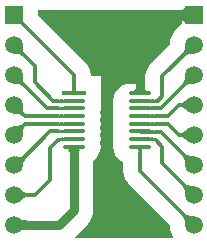
<source format=gtl>
G04 Layer_Physical_Order=1*
G04 Layer_Color=255*
%FSLAX25Y25*%
%MOIN*%
G70*
G01*
G75*
%ADD10O,0.07874X0.01181*%
%ADD11R,0.07874X0.01181*%
%ADD12C,0.03000*%
%ADD13C,0.01000*%
%ADD14C,0.01200*%
%ADD15C,0.05906*%
%ADD16R,0.05906X0.05906*%
G36*
X13721Y42873D02*
X13572Y42702D01*
X13438Y42507D01*
X13321Y42285D01*
X13219Y42039D01*
X13135Y41767D01*
X13066Y41470D01*
X13013Y41148D01*
X12977Y40800D01*
X12953Y40029D01*
X10029Y42953D01*
X10428Y42957D01*
X11148Y43013D01*
X11470Y43066D01*
X11767Y43134D01*
X12039Y43220D01*
X12285Y43321D01*
X12506Y43438D01*
X12702Y43572D01*
X12873Y43721D01*
X13721Y42873D01*
D02*
G37*
G36*
X55642Y39139D02*
X55684Y39131D01*
X55744Y39124D01*
X56036Y39110D01*
X56687Y39102D01*
Y38102D01*
X55619Y38057D01*
Y39147D01*
X55642Y39139D01*
D02*
G37*
G36*
X26428Y38057D02*
X26405Y38066D01*
X26364Y38074D01*
X26303Y38080D01*
X26011Y38095D01*
X25361Y38102D01*
Y39102D01*
X26428Y39147D01*
Y38057D01*
D02*
G37*
G36*
X55687Y41667D02*
X55768Y41632D01*
X55861Y41601D01*
X55967Y41574D01*
X56085Y41552D01*
X56359Y41519D01*
X56514Y41508D01*
X56863Y41500D01*
X56951Y40500D01*
X56667Y40501D01*
X55617Y40574D01*
X55601Y40594D01*
X55619Y40616D01*
Y41706D01*
X55687Y41667D01*
D02*
G37*
G36*
X55642Y44257D02*
X55684Y44249D01*
X55744Y44242D01*
X56036Y44228D01*
X56687Y44220D01*
Y43220D01*
X55619Y43175D01*
Y44265D01*
X55642Y44257D01*
D02*
G37*
G36*
X26428Y43175D02*
X26405Y43184D01*
X26364Y43192D01*
X26303Y43198D01*
X26011Y43213D01*
X25361Y43220D01*
Y44220D01*
X26428Y44265D01*
Y43175D01*
D02*
G37*
G36*
Y40616D02*
X26405Y40625D01*
X26364Y40633D01*
X26303Y40639D01*
X26011Y40654D01*
X25361Y40661D01*
Y41661D01*
X26428Y41706D01*
Y40616D01*
D02*
G37*
G36*
X67891Y37933D02*
X67607Y38212D01*
X67058Y38681D01*
X66793Y38872D01*
X66534Y39033D01*
X66282Y39165D01*
X66036Y39268D01*
X65797Y39341D01*
X65564Y39385D01*
X65337Y39400D01*
Y40600D01*
X65564Y40615D01*
X65797Y40659D01*
X66036Y40732D01*
X66282Y40835D01*
X66534Y40967D01*
X66793Y41128D01*
X67058Y41319D01*
X67329Y41539D01*
X67891Y42067D01*
Y37933D01*
D02*
G37*
G36*
X12393Y21788D02*
X12943Y21319D01*
X13207Y21128D01*
X13466Y20967D01*
X13718Y20835D01*
X13964Y20732D01*
X14203Y20659D01*
X14436Y20615D01*
X14663Y20600D01*
Y19400D01*
X14436Y19385D01*
X14203Y19341D01*
X13964Y19268D01*
X13718Y19165D01*
X13466Y19033D01*
X13207Y18872D01*
X12943Y18681D01*
X12671Y18461D01*
X12109Y17933D01*
Y22067D01*
X12393Y21788D01*
D02*
G37*
G36*
X67298Y13572D02*
X67493Y13438D01*
X67715Y13321D01*
X67961Y13219D01*
X68233Y13135D01*
X68530Y13066D01*
X68852Y13013D01*
X69200Y12977D01*
X69971Y12953D01*
X67047Y10029D01*
X67043Y10428D01*
X66987Y11148D01*
X66934Y11470D01*
X66865Y11767D01*
X66781Y12039D01*
X66679Y12285D01*
X66562Y12506D01*
X66428Y12702D01*
X66279Y12873D01*
X67127Y13721D01*
X67298Y13572D01*
D02*
G37*
G36*
X12231Y11959D02*
X12375Y11863D01*
X12541Y11778D01*
X12728Y11704D01*
X12938Y11642D01*
X13170Y11591D01*
X13423Y11551D01*
X13699Y11523D01*
X14315Y11500D01*
Y8500D01*
X13996Y8494D01*
X13423Y8449D01*
X13170Y8409D01*
X12938Y8358D01*
X12728Y8296D01*
X12541Y8222D01*
X12375Y8137D01*
X12231Y8041D01*
X12109Y7933D01*
Y12067D01*
X12231Y11959D01*
D02*
G37*
G36*
X67298Y23572D02*
X67493Y23438D01*
X67715Y23321D01*
X67961Y23220D01*
X68233Y23134D01*
X68530Y23066D01*
X68852Y23013D01*
X69200Y22977D01*
X69971Y22953D01*
X67047Y20030D01*
X67043Y20428D01*
X66987Y21148D01*
X66934Y21470D01*
X66865Y21767D01*
X66781Y22039D01*
X66679Y22285D01*
X66562Y22506D01*
X66428Y22702D01*
X66279Y22873D01*
X67127Y23721D01*
X67298Y23572D01*
D02*
G37*
G36*
X52952Y35455D02*
X52867Y35425D01*
X52792Y35374D01*
X52727Y35303D01*
X52672Y35212D01*
X52627Y35101D01*
X52592Y34969D01*
X52567Y34818D01*
X52552Y34646D01*
X52547Y34453D01*
X51547D01*
X51542Y34646D01*
X51527Y34818D01*
X51502Y34969D01*
X51467Y35101D01*
X51422Y35212D01*
X51367Y35303D01*
X51302Y35374D01*
X51227Y35425D01*
X51142Y35455D01*
X51047Y35465D01*
X53047D01*
X52952Y35455D01*
D02*
G37*
G36*
X14049Y32201D02*
X13921Y32055D01*
X13794Y31878D01*
X13671Y31669D01*
X13550Y31429D01*
X13431Y31156D01*
X13201Y30517D01*
X12980Y29752D01*
X12874Y29322D01*
X10736Y32860D01*
X11088Y32780D01*
X11422Y32727D01*
X11737Y32700D01*
X12033Y32701D01*
X12310Y32728D01*
X12569Y32781D01*
X12809Y32862D01*
X13030Y32969D01*
X13232Y33103D01*
X13415Y33263D01*
X14049Y32201D01*
D02*
G37*
G36*
X67298Y33572D02*
X67493Y33438D01*
X67715Y33321D01*
X67961Y33220D01*
X68233Y33134D01*
X68530Y33066D01*
X68852Y33013D01*
X69200Y32977D01*
X69971Y32953D01*
X67047Y30029D01*
X67043Y30428D01*
X66987Y31148D01*
X66934Y31470D01*
X66865Y31767D01*
X66781Y32039D01*
X66679Y32285D01*
X66562Y32506D01*
X66428Y32702D01*
X66279Y32873D01*
X67127Y33721D01*
X67298Y33572D01*
D02*
G37*
G36*
X26428Y45735D02*
X26405Y45743D01*
X26364Y45751D01*
X26303Y45758D01*
X26011Y45772D01*
X25361Y45780D01*
Y46780D01*
X26428Y46825D01*
Y45735D01*
D02*
G37*
G36*
X69971Y57047D02*
X69572Y57043D01*
X68852Y56987D01*
X68530Y56934D01*
X68233Y56866D01*
X67961Y56780D01*
X67715Y56679D01*
X67493Y56562D01*
X67298Y56428D01*
X67127Y56279D01*
X66279Y57127D01*
X66428Y57298D01*
X66562Y57494D01*
X66679Y57715D01*
X66781Y57961D01*
X66865Y58233D01*
X66934Y58530D01*
X66987Y58852D01*
X67023Y59200D01*
X67047Y59970D01*
X69971Y57047D01*
D02*
G37*
G36*
X12957Y59572D02*
X13013Y58852D01*
X13066Y58530D01*
X13135Y58233D01*
X13219Y57961D01*
X13321Y57715D01*
X13438Y57494D01*
X13572Y57298D01*
X13721Y57127D01*
X12873Y56279D01*
X12702Y56428D01*
X12506Y56562D01*
X12285Y56679D01*
X12039Y56780D01*
X11767Y56866D01*
X11470Y56934D01*
X11148Y56987D01*
X10801Y57023D01*
X10029Y57047D01*
X12953Y59970D01*
X12957Y59572D01*
D02*
G37*
G36*
X30505Y55343D02*
X30520Y55171D01*
X30545Y55019D01*
X30580Y54888D01*
X30625Y54776D01*
X30680Y54685D01*
X30745Y54614D01*
X30820Y54564D01*
X30905Y54533D01*
X31000Y54523D01*
X29000D01*
X29095Y54533D01*
X29180Y54564D01*
X29255Y54614D01*
X29320Y54685D01*
X29375Y54776D01*
X29420Y54888D01*
X29455Y55019D01*
X29480Y55171D01*
X29495Y55343D01*
X29500Y55535D01*
X30500D01*
X30505Y55343D01*
D02*
G37*
G36*
X12957Y69572D02*
X13013Y68852D01*
X13066Y68530D01*
X13135Y68233D01*
X13219Y67961D01*
X13321Y67715D01*
X13438Y67493D01*
X13572Y67298D01*
X13721Y67127D01*
X12873Y66279D01*
X12702Y66428D01*
X12506Y66562D01*
X12285Y66679D01*
X12039Y66781D01*
X11767Y66865D01*
X11470Y66934D01*
X11148Y66987D01*
X10801Y67023D01*
X10029Y67047D01*
X12953Y69971D01*
X12957Y69572D01*
D02*
G37*
G36*
X67059Y80500D02*
X70000D01*
Y79500D01*
X67059D01*
Y77059D01*
X67029Y77333D01*
X66939Y77578D01*
X66789Y77794D01*
X66579Y77981D01*
X66309Y78140D01*
X66047Y78243D01*
Y76905D01*
X65560Y76644D01*
X64349Y75651D01*
X63355Y74440D01*
X62617Y73058D01*
X62162Y71559D01*
X62044Y70354D01*
X62007Y70129D01*
X62002Y69990D01*
X55506Y63494D01*
X54608Y62324D01*
X54044Y60962D01*
X53852Y59500D01*
X53852Y59500D01*
Y57036D01*
X48701D01*
X47241Y56844D01*
X45881Y56281D01*
X44714Y55385D01*
X43817Y54217D01*
X43254Y52857D01*
X43062Y51398D01*
X43230Y50118D01*
X43062Y48839D01*
X43230Y47559D01*
X43062Y46280D01*
X43230Y45000D01*
X43062Y43720D01*
X43230Y42441D01*
X43062Y41161D01*
X43230Y39882D01*
X43062Y38602D01*
X43230Y37323D01*
X43062Y36043D01*
X43254Y34584D01*
X43817Y33224D01*
X44714Y32056D01*
X45881Y31160D01*
X46399Y30946D01*
Y27953D01*
X46399Y27953D01*
X46591Y26491D01*
X47156Y25129D01*
X48053Y23959D01*
X62004Y10008D01*
X62005Y9979D01*
X62025Y9833D01*
X62162Y8441D01*
X62617Y6942D01*
X63095Y6047D01*
X62796Y5547D01*
X30438D01*
X30246Y6009D01*
X34618Y10382D01*
X35431Y11371D01*
X36034Y12501D01*
X36406Y13726D01*
X36531Y15000D01*
Y31440D01*
X37334Y32056D01*
X38230Y33224D01*
X38793Y34584D01*
X38985Y36043D01*
X38817Y37323D01*
X38985Y38602D01*
X38817Y39882D01*
X38985Y41161D01*
X38817Y42441D01*
X38985Y43720D01*
X38817Y45000D01*
X38985Y46280D01*
X38817Y47559D01*
X38923Y48366D01*
X38937D01*
Y48472D01*
X38985Y48839D01*
X38937Y49205D01*
Y51031D01*
X38985Y51398D01*
X38937Y51764D01*
Y59547D01*
X35744D01*
X35648Y60000D01*
X35456Y61462D01*
X34892Y62824D01*
X33994Y63994D01*
X33994Y63994D01*
X17953Y80035D01*
Y81453D01*
X64059D01*
Y81500D01*
X64629Y81514D01*
X65139Y81558D01*
X65589Y81630D01*
X65979Y81731D01*
X66309Y81860D01*
X66579Y82019D01*
X66789Y82206D01*
X66939Y82422D01*
X67029Y82667D01*
X67059Y82941D01*
Y80500D01*
D02*
G37*
G36*
X12873Y78663D02*
X12839Y78553D01*
Y78425D01*
X12873Y78281D01*
X12941Y78120D01*
X13043Y77942D01*
X13178Y77747D01*
X13348Y77534D01*
X13789Y77059D01*
X12941Y76211D01*
X12695Y76448D01*
X12253Y76822D01*
X12058Y76957D01*
X11880Y77059D01*
X11719Y77127D01*
X11575Y77161D01*
X11447D01*
X11337Y77127D01*
X11244Y77059D01*
X12941Y78756D01*
X12873Y78663D01*
D02*
G37*
G36*
X69971Y67047D02*
X69572Y67043D01*
X68852Y66987D01*
X68530Y66934D01*
X68233Y66865D01*
X67961Y66781D01*
X67715Y66679D01*
X67493Y66562D01*
X67298Y66428D01*
X67127Y66279D01*
X66279Y67127D01*
X66428Y67298D01*
X66562Y67493D01*
X66679Y67715D01*
X66781Y67961D01*
X66865Y68233D01*
X66934Y68530D01*
X66987Y68852D01*
X67023Y69200D01*
X67047Y69971D01*
X69971Y67047D01*
D02*
G37*
G36*
X52553Y55905D02*
X52569Y55820D01*
X52596Y55745D01*
X52634Y55680D01*
X52683Y55625D01*
X52743Y55580D01*
X52813Y55545D01*
X52895Y55520D01*
X52987Y55505D01*
X53090Y55500D01*
X52747Y55171D01*
X53063Y54933D01*
X53090Y55000D01*
Y55500D01*
X53438Y54651D01*
X53444Y54646D01*
X53441Y54643D01*
X53484Y54538D01*
X53505Y54536D01*
X53544Y54535D01*
X53486D01*
X53500Y54500D01*
X53455Y54493D01*
X53399Y54472D01*
X53333Y54436D01*
X53257Y54387D01*
X52727Y53927D01*
X52590Y53793D01*
X52898Y54535D01*
X52083D01*
X52047Y54500D01*
X51995Y54535D01*
X51730D01*
X51773Y54542D01*
X51827Y54563D01*
X51891Y54599D01*
X51894Y54602D01*
X50547Y55500D01*
X50737Y55505D01*
X50907Y55520D01*
X51057Y55545D01*
X51187Y55580D01*
X51297Y55625D01*
X51387Y55680D01*
X51457Y55745D01*
X51507Y55820D01*
X51537Y55905D01*
X51547Y56000D01*
X52547D01*
X52553Y55905D01*
D02*
G37*
G36*
X67891Y47933D02*
X67607Y48212D01*
X67058Y48681D01*
X66793Y48872D01*
X66534Y49033D01*
X66282Y49165D01*
X66036Y49268D01*
X65797Y49341D01*
X65564Y49385D01*
X65337Y49400D01*
Y50600D01*
X65564Y50615D01*
X65797Y50659D01*
X66036Y50732D01*
X66282Y50835D01*
X66534Y50967D01*
X66793Y51128D01*
X67058Y51319D01*
X67329Y51539D01*
X67891Y52067D01*
Y47933D01*
D02*
G37*
G36*
X12957Y49572D02*
X13013Y48852D01*
X13066Y48530D01*
X13135Y48233D01*
X13219Y47961D01*
X13321Y47715D01*
X13438Y47493D01*
X13572Y47298D01*
X13721Y47127D01*
X12873Y46279D01*
X12702Y46428D01*
X12506Y46562D01*
X12285Y46679D01*
X12039Y46780D01*
X11767Y46865D01*
X11470Y46934D01*
X11148Y46987D01*
X10801Y47023D01*
X10029Y47047D01*
X12953Y49970D01*
X12957Y49572D01*
D02*
G37*
G36*
X55642Y46816D02*
X55684Y46808D01*
X55744Y46802D01*
X56036Y46787D01*
X56687Y46780D01*
Y45780D01*
X55619Y45735D01*
Y46825D01*
X55642Y46816D01*
D02*
G37*
G36*
X26428Y48294D02*
X26405Y48302D01*
X26364Y48310D01*
X26303Y48317D01*
X26011Y48331D01*
X25361Y48339D01*
Y49339D01*
X26428Y49384D01*
Y48294D01*
D02*
G37*
G36*
X55642Y51934D02*
X55684Y51926D01*
X55744Y51920D01*
X56036Y51905D01*
X56687Y51898D01*
Y50898D01*
X55619Y50853D01*
Y51943D01*
X55642Y51934D01*
D02*
G37*
G36*
X26428Y50853D02*
X26405Y50861D01*
X26364Y50869D01*
X26303Y50876D01*
X26011Y50890D01*
X25361Y50898D01*
Y51898D01*
X26428Y51943D01*
Y50853D01*
D02*
G37*
G36*
X56863Y48500D02*
X56682Y48498D01*
X56215Y48467D01*
X56085Y48448D01*
X55861Y48399D01*
X55768Y48368D01*
X55687Y48333D01*
X55619Y48294D01*
Y49384D01*
X55601Y49406D01*
X55617Y49426D01*
X55666Y49443D01*
X55749Y49458D01*
X55865Y49471D01*
X56199Y49490D01*
X56951Y49500D01*
X56863Y48500D01*
D02*
G37*
D10*
X52047Y36043D02*
D03*
Y38602D02*
D03*
Y41161D02*
D03*
Y43720D02*
D03*
Y46280D02*
D03*
Y48839D02*
D03*
Y51398D02*
D03*
Y53957D02*
D03*
X30000Y36043D02*
D03*
Y38602D02*
D03*
Y41161D02*
D03*
Y43720D02*
D03*
Y46280D02*
D03*
Y48839D02*
D03*
Y51398D02*
D03*
D11*
Y53957D02*
D03*
D12*
Y15000D02*
Y34000D01*
X25000Y10000D02*
X30000Y15000D01*
X10000Y10000D02*
X25000D01*
X52047Y56000D02*
Y73547D01*
X58500Y80000D01*
X70000D01*
D13*
X25102Y38602D02*
X30000D01*
X24663Y38163D02*
X25102Y38602D01*
X24663Y41161D02*
X30000D01*
X24663Y43720D02*
X30000D01*
X24663Y46280D02*
X30000D01*
X24663Y48839D02*
X30000D01*
X24663Y51398D02*
X30000D01*
Y53957D02*
Y56000D01*
X52047Y51398D02*
X57384D01*
X52209Y49000D02*
X57384D01*
X52047Y48839D02*
X52209Y49000D01*
X52047Y46280D02*
X57384D01*
X52047Y43720D02*
X57384D01*
X52209Y41000D02*
X57384D01*
X52047Y41161D02*
X52209Y41000D01*
X56898Y38602D02*
X57384Y38116D01*
X52047Y38602D02*
X56898D01*
X52047Y34000D02*
Y36043D01*
X29000Y35000D02*
X30000Y34000D01*
X28500Y35000D02*
X29000D01*
X31500D01*
X52047Y53957D02*
X53090Y55000D01*
X52047D02*
Y56000D01*
X50500Y55000D02*
X52047D01*
X53090D01*
X53500D01*
D14*
X22000Y35500D02*
X24663Y38163D01*
X22000Y25000D02*
Y35500D01*
X17000Y20000D02*
X22000Y25000D01*
X10000Y20000D02*
X17000D01*
X22161Y41161D02*
X24663D01*
X11000Y30000D02*
X22161Y41161D01*
X13720Y43720D02*
X24663D01*
X10000Y40000D02*
X13720Y43720D01*
Y46280D02*
X24663D01*
X10000Y50000D02*
X13720Y46280D01*
X21161Y48839D02*
X24663D01*
X10000Y60000D02*
X21161Y48839D01*
X23102Y51398D02*
X24663D01*
X17000Y57500D02*
X23102Y51398D01*
X17000Y57500D02*
Y63000D01*
X10000Y70000D02*
X17000Y63000D01*
X30000Y56000D02*
Y60000D01*
X10000Y80000D02*
X30000Y60000D01*
X59500Y59500D02*
X70000Y70000D01*
X59500Y53000D02*
Y59500D01*
X57898Y51398D02*
X59500Y53000D01*
X57384Y51398D02*
X57898D01*
X59000Y49000D02*
X70000Y60000D01*
X57384Y49000D02*
X59000D01*
X65000Y50000D02*
X70000D01*
X61280Y46280D02*
X65000Y50000D01*
X57384Y46280D02*
X61280D01*
X65000Y40000D02*
X70000D01*
X61280Y43720D02*
X65000Y40000D01*
X57384Y43720D02*
X61280D01*
X59000Y41000D02*
X70000Y30000D01*
X57384Y41000D02*
X59000D01*
X59500Y30500D02*
X70000Y20000D01*
X59500Y30500D02*
Y36000D01*
X57384Y38116D02*
X59500Y36000D01*
X52047Y27953D02*
X70000Y10000D01*
X52047Y27953D02*
Y34000D01*
D15*
X10000Y10000D02*
D03*
Y20000D02*
D03*
Y30000D02*
D03*
Y40000D02*
D03*
Y50000D02*
D03*
Y60000D02*
D03*
Y70000D02*
D03*
X70000Y10000D02*
D03*
Y20000D02*
D03*
Y30000D02*
D03*
Y40000D02*
D03*
Y50000D02*
D03*
Y60000D02*
D03*
Y70000D02*
D03*
D16*
X10000Y80000D02*
D03*
X70000D02*
D03*
M02*

</source>
